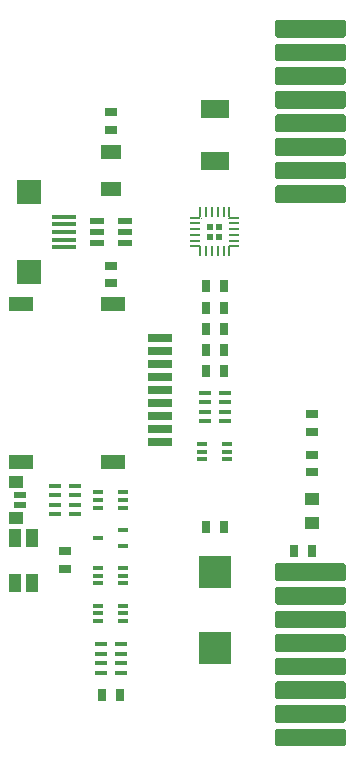
<source format=gtp>
G04 #@! TF.GenerationSoftware,KiCad,Pcbnew,(5.1.9)-1*
G04 #@! TF.CreationDate,2023-01-31T21:08:26+01:00*
G04 #@! TF.ProjectId,Side,53696465-2e6b-4696-9361-645f70636258,rev?*
G04 #@! TF.SameCoordinates,PXd59f80PYd59f80*
G04 #@! TF.FileFunction,Paste,Top*
G04 #@! TF.FilePolarity,Positive*
%FSLAX46Y46*%
G04 Gerber Fmt 4.6, Leading zero omitted, Abs format (unit mm)*
G04 Created by KiCad (PCBNEW (5.1.9)-1) date 2023-01-31 21:08:26*
%MOMM*%
%LPD*%
G01*
G04 APERTURE LIST*
%ADD10R,0.900000X0.450000*%
%ADD11R,0.900000X0.350000*%
%ADD12R,1.000000X0.700000*%
%ADD13R,2.000000X1.200000*%
%ADD14R,2.000000X0.650000*%
%ADD15R,1.000000X1.600000*%
%ADD16R,0.900000X0.250000*%
%ADD17C,0.100000*%
%ADD18R,0.250000X0.900000*%
%ADD19R,0.900000X0.270000*%
%ADD20R,0.480000X0.480000*%
%ADD21R,0.700000X1.000000*%
%ADD22R,2.000000X0.400000*%
%ADD23R,2.000000X2.000000*%
%ADD24R,1.100000X0.400000*%
%ADD25R,1.000000X0.600000*%
%ADD26R,1.200000X1.000000*%
%ADD27R,1.700000X1.200000*%
%ADD28R,2.400000X1.600000*%
%ADD29R,2.800000X2.800000*%
%ADD30R,1.200000X0.550000*%
%ADD31R,1.300000X1.000000*%
G04 APERTURE END LIST*
D10*
X9850000Y-44450000D03*
X9850000Y-45750000D03*
X7750000Y-45100000D03*
D11*
X9850000Y-51500000D03*
X9850000Y-52150000D03*
X9850000Y-50850000D03*
X7750000Y-50850000D03*
X7750000Y-52150000D03*
X7750000Y-51500000D03*
D12*
X8800000Y-9050000D03*
X8800000Y-10550000D03*
D13*
X9000000Y-38700000D03*
X9000000Y-25300000D03*
X1200000Y-38700000D03*
D14*
X13000000Y-28200000D03*
X13000000Y-29300000D03*
X13000000Y-30400000D03*
X13000000Y-31500000D03*
X13000000Y-32600000D03*
X13000000Y-33700000D03*
X13000000Y-34800000D03*
X13000000Y-35900000D03*
D13*
X1200000Y-25300000D03*
D14*
X13000000Y-37000000D03*
D15*
X2150000Y-48900000D03*
X2150000Y-45100000D03*
X650000Y-48900000D03*
X650000Y-45100000D03*
D16*
X15950000Y-20425000D03*
D17*
G36*
X16499985Y-20399993D02*
G01*
X16400007Y-20400000D01*
X16400000Y-20399993D01*
X16400007Y-20300015D01*
X16499985Y-20399993D01*
G37*
D18*
X16375000Y-20850000D03*
X18825000Y-20850000D03*
D17*
G36*
X18799993Y-20300015D02*
G01*
X18800000Y-20399993D01*
X18799993Y-20400000D01*
X18700015Y-20399993D01*
X18799993Y-20300015D01*
G37*
D16*
X19250000Y-20425000D03*
D18*
X18825000Y-17550000D03*
D17*
G36*
X18700015Y-18000007D02*
G01*
X18799993Y-18000000D01*
X18800000Y-18000007D01*
X18799993Y-18099985D01*
X18700015Y-18000007D01*
G37*
D16*
X19250000Y-17975000D03*
D17*
G36*
X16400007Y-18099985D02*
G01*
X16400000Y-18000007D01*
X16400007Y-18000000D01*
X16499985Y-18000007D01*
X16400007Y-18099985D01*
G37*
D18*
X16375000Y-17550000D03*
D16*
X15950000Y-17975000D03*
D19*
X15950000Y-18950000D03*
D16*
X15950000Y-19450000D03*
X15950000Y-19950000D03*
X15950000Y-18450000D03*
D18*
X16850000Y-20850000D03*
X18350000Y-20850000D03*
X17850000Y-20850000D03*
X17350000Y-20850000D03*
X17850000Y-17550000D03*
X17350000Y-17550000D03*
X16850000Y-17550000D03*
X18350000Y-17550000D03*
D16*
X19250000Y-19950000D03*
X19250000Y-18450000D03*
X19250000Y-18950000D03*
X19250000Y-19450000D03*
D20*
X18000000Y-18800000D03*
X17200000Y-18800000D03*
X17200000Y-19600000D03*
X18000000Y-19600000D03*
D12*
X25800000Y-36150000D03*
X25800000Y-34650000D03*
D21*
X25850000Y-46200000D03*
X24350000Y-46200000D03*
D12*
X25800000Y-39550000D03*
X25800000Y-38050000D03*
D22*
X4800000Y-19200000D03*
X4800000Y-18550000D03*
X4800000Y-17900000D03*
X4800000Y-19850000D03*
X4800000Y-20500000D03*
D23*
X1900000Y-15800000D03*
X1900000Y-22600000D03*
D24*
X5750000Y-41500000D03*
X4050000Y-41500000D03*
X4050000Y-42300000D03*
X5750000Y-42300000D03*
X5750000Y-43100000D03*
X4050000Y-43100000D03*
X4050000Y-40700000D03*
X5750000Y-40700000D03*
D25*
X1100000Y-42325000D03*
X1100000Y-41475000D03*
D26*
X750000Y-40400000D03*
X750000Y-43400000D03*
D12*
X4900000Y-46250000D03*
X4900000Y-47750000D03*
D11*
X7750000Y-41900000D03*
X7750000Y-41250000D03*
X7750000Y-42550000D03*
X9850000Y-42550000D03*
X9850000Y-41250000D03*
X9850000Y-41900000D03*
D27*
X8800000Y-12400000D03*
X8800000Y-15600000D03*
D11*
X16550000Y-37800000D03*
X16550000Y-37150000D03*
X16550000Y-38450000D03*
X18650000Y-38450000D03*
X18650000Y-37150000D03*
X18650000Y-37800000D03*
D28*
X17600000Y-13200000D03*
X17600000Y-8800000D03*
D21*
X16850000Y-31000000D03*
X18350000Y-31000000D03*
D24*
X18450000Y-33600000D03*
X16750000Y-33600000D03*
X16750000Y-34400000D03*
X18450000Y-34400000D03*
X18450000Y-35200000D03*
X16750000Y-35200000D03*
X16750000Y-32800000D03*
X18450000Y-32800000D03*
D12*
X8800000Y-22050000D03*
X8800000Y-23550000D03*
D21*
X18350000Y-44200000D03*
X16850000Y-44200000D03*
D29*
X17600000Y-54400000D03*
X17600000Y-48000000D03*
D21*
X18350000Y-27400000D03*
X16850000Y-27400000D03*
X18350000Y-29200000D03*
X16850000Y-29200000D03*
X16850000Y-23800000D03*
X18350000Y-23800000D03*
X18350000Y-25600000D03*
X16850000Y-25600000D03*
D30*
X10006500Y-19200000D03*
X10006500Y-18247500D03*
X10006500Y-20152500D03*
X7593500Y-20152500D03*
X7593500Y-19200000D03*
X7593500Y-18247500D03*
D21*
X9550000Y-58400000D03*
X8050000Y-58400000D03*
D11*
X9850000Y-48300000D03*
X9850000Y-48950000D03*
X9850000Y-47650000D03*
X7750000Y-47650000D03*
X7750000Y-48950000D03*
X7750000Y-48300000D03*
D24*
X7950000Y-55700000D03*
X9650000Y-55700000D03*
X9650000Y-54900000D03*
X7950000Y-54900000D03*
X7950000Y-54100000D03*
X9650000Y-54100000D03*
X9650000Y-56500000D03*
X7950000Y-56500000D03*
G36*
G01*
X22700000Y-16600000D02*
X22700000Y-15400000D01*
G75*
G02*
X22850000Y-15250000I150000J0D01*
G01*
X28550000Y-15250000D01*
G75*
G02*
X28700000Y-15400000I0J-150000D01*
G01*
X28700000Y-16600000D01*
G75*
G02*
X28550000Y-16750000I-150000J0D01*
G01*
X22850000Y-16750000D01*
G75*
G02*
X22700000Y-16600000I0J150000D01*
G01*
G37*
G36*
G01*
X22700000Y-14600000D02*
X22700000Y-13400000D01*
G75*
G02*
X22850000Y-13250000I150000J0D01*
G01*
X28550000Y-13250000D01*
G75*
G02*
X28700000Y-13400000I0J-150000D01*
G01*
X28700000Y-14600000D01*
G75*
G02*
X28550000Y-14750000I-150000J0D01*
G01*
X22850000Y-14750000D01*
G75*
G02*
X22700000Y-14600000I0J150000D01*
G01*
G37*
G36*
G01*
X22700000Y-12600000D02*
X22700000Y-11400000D01*
G75*
G02*
X22850000Y-11250000I150000J0D01*
G01*
X28550000Y-11250000D01*
G75*
G02*
X28700000Y-11400000I0J-150000D01*
G01*
X28700000Y-12600000D01*
G75*
G02*
X28550000Y-12750000I-150000J0D01*
G01*
X22850000Y-12750000D01*
G75*
G02*
X22700000Y-12600000I0J150000D01*
G01*
G37*
G36*
G01*
X22700000Y-10600000D02*
X22700000Y-9400000D01*
G75*
G02*
X22850000Y-9250000I150000J0D01*
G01*
X28550000Y-9250000D01*
G75*
G02*
X28700000Y-9400000I0J-150000D01*
G01*
X28700000Y-10600000D01*
G75*
G02*
X28550000Y-10750000I-150000J0D01*
G01*
X22850000Y-10750000D01*
G75*
G02*
X22700000Y-10600000I0J150000D01*
G01*
G37*
G36*
G01*
X22700000Y-8600000D02*
X22700000Y-7400000D01*
G75*
G02*
X22850000Y-7250000I150000J0D01*
G01*
X28550000Y-7250000D01*
G75*
G02*
X28700000Y-7400000I0J-150000D01*
G01*
X28700000Y-8600000D01*
G75*
G02*
X28550000Y-8750000I-150000J0D01*
G01*
X22850000Y-8750000D01*
G75*
G02*
X22700000Y-8600000I0J150000D01*
G01*
G37*
G36*
G01*
X22700000Y-6600000D02*
X22700000Y-5400000D01*
G75*
G02*
X22850000Y-5250000I150000J0D01*
G01*
X28550000Y-5250000D01*
G75*
G02*
X28700000Y-5400000I0J-150000D01*
G01*
X28700000Y-6600000D01*
G75*
G02*
X28550000Y-6750000I-150000J0D01*
G01*
X22850000Y-6750000D01*
G75*
G02*
X22700000Y-6600000I0J150000D01*
G01*
G37*
G36*
G01*
X22700000Y-4600000D02*
X22700000Y-3400000D01*
G75*
G02*
X22850000Y-3250000I150000J0D01*
G01*
X28550000Y-3250000D01*
G75*
G02*
X28700000Y-3400000I0J-150000D01*
G01*
X28700000Y-4600000D01*
G75*
G02*
X28550000Y-4750000I-150000J0D01*
G01*
X22850000Y-4750000D01*
G75*
G02*
X22700000Y-4600000I0J150000D01*
G01*
G37*
G36*
G01*
X22700000Y-2600000D02*
X22700000Y-1400000D01*
G75*
G02*
X22850000Y-1250000I150000J0D01*
G01*
X28550000Y-1250000D01*
G75*
G02*
X28700000Y-1400000I0J-150000D01*
G01*
X28700000Y-2600000D01*
G75*
G02*
X28550000Y-2750000I-150000J0D01*
G01*
X22850000Y-2750000D01*
G75*
G02*
X22700000Y-2600000I0J150000D01*
G01*
G37*
G36*
G01*
X22700000Y-62600000D02*
X22700000Y-61400000D01*
G75*
G02*
X22850000Y-61250000I150000J0D01*
G01*
X28550000Y-61250000D01*
G75*
G02*
X28700000Y-61400000I0J-150000D01*
G01*
X28700000Y-62600000D01*
G75*
G02*
X28550000Y-62750000I-150000J0D01*
G01*
X22850000Y-62750000D01*
G75*
G02*
X22700000Y-62600000I0J150000D01*
G01*
G37*
G36*
G01*
X22700000Y-60600000D02*
X22700000Y-59400000D01*
G75*
G02*
X22850000Y-59250000I150000J0D01*
G01*
X28550000Y-59250000D01*
G75*
G02*
X28700000Y-59400000I0J-150000D01*
G01*
X28700000Y-60600000D01*
G75*
G02*
X28550000Y-60750000I-150000J0D01*
G01*
X22850000Y-60750000D01*
G75*
G02*
X22700000Y-60600000I0J150000D01*
G01*
G37*
G36*
G01*
X22700000Y-58600000D02*
X22700000Y-57400000D01*
G75*
G02*
X22850000Y-57250000I150000J0D01*
G01*
X28550000Y-57250000D01*
G75*
G02*
X28700000Y-57400000I0J-150000D01*
G01*
X28700000Y-58600000D01*
G75*
G02*
X28550000Y-58750000I-150000J0D01*
G01*
X22850000Y-58750000D01*
G75*
G02*
X22700000Y-58600000I0J150000D01*
G01*
G37*
G36*
G01*
X22700000Y-56600000D02*
X22700000Y-55400000D01*
G75*
G02*
X22850000Y-55250000I150000J0D01*
G01*
X28550000Y-55250000D01*
G75*
G02*
X28700000Y-55400000I0J-150000D01*
G01*
X28700000Y-56600000D01*
G75*
G02*
X28550000Y-56750000I-150000J0D01*
G01*
X22850000Y-56750000D01*
G75*
G02*
X22700000Y-56600000I0J150000D01*
G01*
G37*
G36*
G01*
X22700000Y-54600000D02*
X22700000Y-53400000D01*
G75*
G02*
X22850000Y-53250000I150000J0D01*
G01*
X28550000Y-53250000D01*
G75*
G02*
X28700000Y-53400000I0J-150000D01*
G01*
X28700000Y-54600000D01*
G75*
G02*
X28550000Y-54750000I-150000J0D01*
G01*
X22850000Y-54750000D01*
G75*
G02*
X22700000Y-54600000I0J150000D01*
G01*
G37*
G36*
G01*
X22700000Y-52600000D02*
X22700000Y-51400000D01*
G75*
G02*
X22850000Y-51250000I150000J0D01*
G01*
X28550000Y-51250000D01*
G75*
G02*
X28700000Y-51400000I0J-150000D01*
G01*
X28700000Y-52600000D01*
G75*
G02*
X28550000Y-52750000I-150000J0D01*
G01*
X22850000Y-52750000D01*
G75*
G02*
X22700000Y-52600000I0J150000D01*
G01*
G37*
G36*
G01*
X22700000Y-50600000D02*
X22700000Y-49400000D01*
G75*
G02*
X22850000Y-49250000I150000J0D01*
G01*
X28550000Y-49250000D01*
G75*
G02*
X28700000Y-49400000I0J-150000D01*
G01*
X28700000Y-50600000D01*
G75*
G02*
X28550000Y-50750000I-150000J0D01*
G01*
X22850000Y-50750000D01*
G75*
G02*
X22700000Y-50600000I0J150000D01*
G01*
G37*
G36*
G01*
X22700000Y-48600000D02*
X22700000Y-47400000D01*
G75*
G02*
X22850000Y-47250000I150000J0D01*
G01*
X28550000Y-47250000D01*
G75*
G02*
X28700000Y-47400000I0J-150000D01*
G01*
X28700000Y-48600000D01*
G75*
G02*
X28550000Y-48750000I-150000J0D01*
G01*
X22850000Y-48750000D01*
G75*
G02*
X22700000Y-48600000I0J150000D01*
G01*
G37*
D31*
X25800000Y-43800000D03*
X25800000Y-41800000D03*
M02*

</source>
